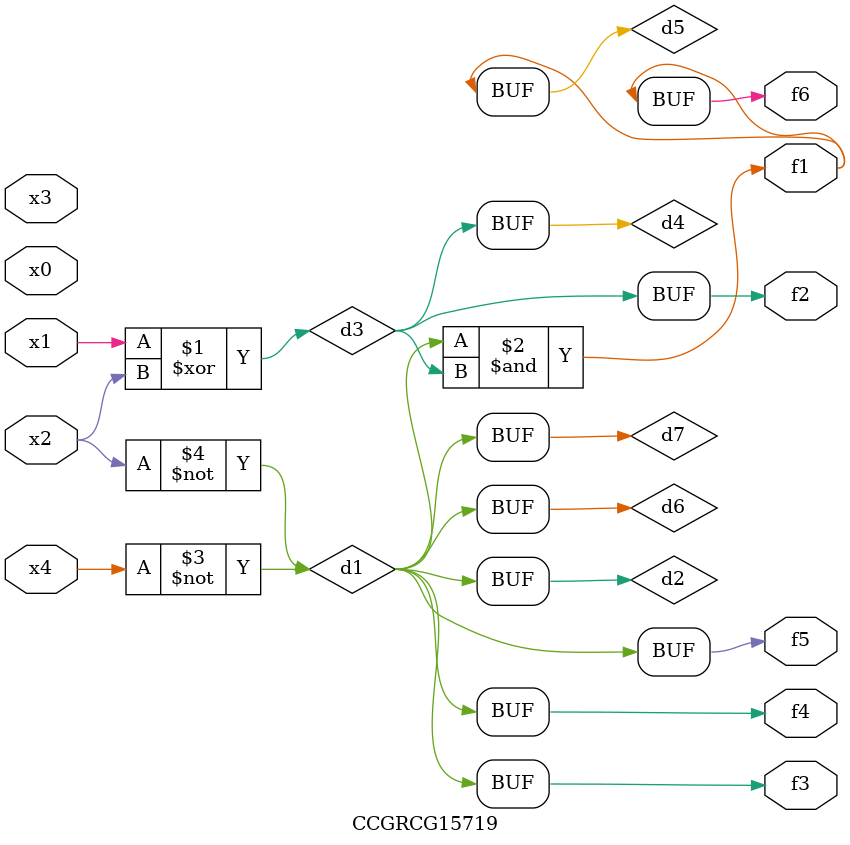
<source format=v>
module CCGRCG15719(
	input x0, x1, x2, x3, x4,
	output f1, f2, f3, f4, f5, f6
);

	wire d1, d2, d3, d4, d5, d6, d7;

	not (d1, x4);
	not (d2, x2);
	xor (d3, x1, x2);
	buf (d4, d3);
	and (d5, d1, d3);
	buf (d6, d1, d2);
	buf (d7, d2);
	assign f1 = d5;
	assign f2 = d4;
	assign f3 = d7;
	assign f4 = d7;
	assign f5 = d7;
	assign f6 = d5;
endmodule

</source>
